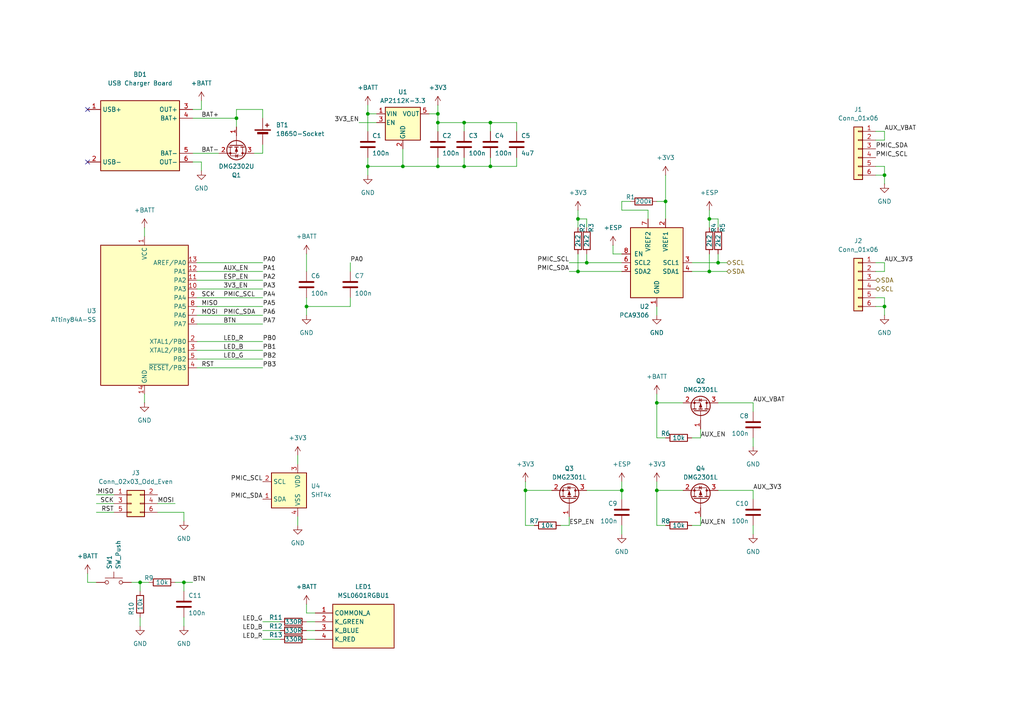
<source format=kicad_sch>
(kicad_sch (version 20231120) (generator "eeschema") (generator_version "8.0")
  (paper "A4")
  (lib_symbols
    (symbol "+BATT_1" (power) (pin_numbers hide) (pin_names (offset 0) hide)
      (property "Value" "+BATT" (at 0 3.556 0))
      (symbol "+BATT_1_0_1"
        (polyline (pts (xy -0.762 1.27) (xy 0 2.54)))
        (polyline (pts (xy 0 0) (xy 0 2.54)))
        (polyline (pts (xy 0 2.54) (xy 0.762 1.27)))
      )
      (symbol "+BATT_1_1_1"
        (pin power_in line (at 0 0 90) (length 0) (name "~") (number "1"))
      )
    )
    (symbol "Connector_Generic:Conn_01x06" (pin_names (offset 1.016) hide)
      (property "Reference" "J" (at 0 7.62 0))
      (property "Value" "Conn_01x06" (at 0 -10.16 0))
      (symbol "Conn_01x06_1_1"
        (rectangle (start -1.27 -7.493) (end 0 -7.747) (stroke (width 0.1524)))
        (rectangle (start -1.27 -4.953) (end 0 -5.207) (stroke (width 0.1524)))
        (rectangle (start -1.27 -2.413) (end 0 -2.667) (stroke (width 0.1524)))
        (rectangle (start -1.27 0.127) (end 0 -0.127) (stroke (width 0.1524)))
        (rectangle (start -1.27 2.667) (end 0 2.413) (stroke (width 0.1524)))
        (rectangle (start -1.27 5.207) (end 0 4.953) (stroke (width 0.1524)))
        (rectangle (start -1.27 6.35) (end 1.27 -8.89) (stroke (width 0.254)) (fill (type background)))
        (pin passive line (at -5.08 5.08 0) (length 3.81) (name "Pin_1") (number "1"))
        (pin passive line (at -5.08 2.54 0) (length 3.81) (name "Pin_2") (number "2"))
        (pin passive line (at -5.08 0 0) (length 3.81) (name "Pin_3") (number "3"))
        (pin passive line (at -5.08 -2.54 0) (length 3.81) (name "Pin_4") (number "4"))
        (pin passive line (at -5.08 -5.08 0) (length 3.81) (name "Pin_5") (number "5"))
        (pin passive line (at -5.08 -7.62 0) (length 3.81) (name "Pin_6") (number "6"))
      )
    )
    (symbol "Connector_Generic:Conn_02x03_Odd_Even" (pin_names (offset 1.016) hide)
      (property "Reference" "J" (at 1.27 5.08 0))
      (property "Value" "Conn_02x03_Odd_Even" (at 1.27 -5.08 0))
      (symbol "Conn_02x03_Odd_Even_1_1"
        (rectangle (start -1.27 -2.413) (end 0 -2.667) (stroke (width 0.1524)))
        (rectangle (start -1.27 0.127) (end 0 -0.127) (stroke (width 0.1524)))
        (rectangle (start -1.27 2.667) (end 0 2.413) (stroke (width 0.1524)))
        (rectangle (start -1.27 3.81) (end 3.81 -3.81) (stroke (width 0.254)) (fill (type background)))
        (rectangle (start 3.81 -2.413) (end 2.54 -2.667) (stroke (width 0.1524)))
        (rectangle (start 3.81 0.127) (end 2.54 -0.127) (stroke (width 0.1524)))
        (rectangle (start 3.81 2.667) (end 2.54 2.413) (stroke (width 0.1524)))
        (pin passive line (at -5.08 2.54 0) (length 3.81) (name "Pin_1") (number "1"))
        (pin passive line (at 7.62 2.54 180) (length 3.81) (name "Pin_2") (number "2"))
        (pin passive line (at -5.08 0 0) (length 3.81) (name "Pin_3") (number "3"))
        (pin passive line (at 7.62 0 180) (length 3.81) (name "Pin_4") (number "4"))
        (pin passive line (at -5.08 -2.54 0) (length 3.81) (name "Pin_5") (number "5"))
        (pin passive line (at 7.62 -2.54 180) (length 3.81) (name "Pin_6") (number "6"))
      )
    )
    (symbol "Custom:18650-Socket" (pin_numbers hide) (pin_names (offset 0) hide)
      (property "Reference" "BT" (at 2.54 2.54 0))
      (property "Value" "18650-Socket" (at 2.54 0 0))
      (symbol "18650-Socket_0_1"
        (rectangle (start -2.286 1.778) (end 2.286 1.524) (fill (type outline)))
        (rectangle (start -1.524 1.016) (end 1.524 0.508) (fill (type outline)))
        (polyline (pts (xy 0 0.762) (xy 0 0)))
        (polyline (pts (xy 0 1.778) (xy 0 2.54)))
        (polyline (pts (xy 0.762 3.048) (xy 1.778 3.048)) (stroke (width 0.254)))
        (polyline (pts (xy 1.27 3.556) (xy 1.27 2.54)) (stroke (width 0.254)))
      )
      (symbol "18650-Socket_1_1"
        (pin passive line (at 0 5.08 270) (length 2.54) (name "+") (number "1"))
        (pin passive line (at 0 -2.54 90) (length 2.54) (name "-") (number "2"))
      )
    )
    (symbol "Custom:USB-Charger-Board"
      (property "Reference" "BD" (at 0 0 0))
      (property "Value" "USB Charger Board" (at 0 0 0))
      (symbol "USB-Charger-Board_1_1"
        (rectangle (start -11.43 10.16) (end 11.43 -10.16) (stroke (width 0.254)) (fill (type background)))
        (pin power_in line (at -15.24 7.62 0) (length 3.81) (name "USB+") (number "1"))
        (pin power_in line (at -15.24 -7.62 0) (length 3.81) (name "USB-") (number "2"))
        (pin power_out line (at 15.24 7.62 180) (length 3.81) (name "OUT+") (number "3"))
        (pin power_in line (at 15.24 5.08 180) (length 3.81) (name "BAT+") (number "4"))
        (pin power_in line (at 15.24 -5.08 180) (length 3.81) (name "BAT-") (number "5"))
        (pin power_out line (at 15.24 -7.62 180) (length 3.81) (name "OUT-") (number "6"))
      )
    )
    (symbol "Device:C" (pin_numbers hide) (pin_names (offset 0.254))
      (property "Reference" "C" (at 0.635 2.54 0))
      (property "Value" "C" (at 0.635 -2.54 0))
      (symbol "C_0_1"
        (polyline (pts (xy -2.032 -0.762) (xy 2.032 -0.762)) (stroke (width 0.508)))
        (polyline (pts (xy -2.032 0.762) (xy 2.032 0.762)) (stroke (width 0.508)))
      )
      (symbol "C_1_1"
        (pin passive line (at 0 3.81 270) (length 2.794) (name "~") (number "1"))
        (pin passive line (at 0 -3.81 90) (length 2.794) (name "~") (number "2"))
      )
    )
    (symbol "Device:R" (pin_numbers hide) (pin_names (offset 0))
      (property "Reference" "R" (at 2.032 0 90))
      (property "Value" "R" (at 0 0 90))
      (symbol "R_0_1"
        (rectangle (start -1.016 -2.54) (end 1.016 2.54) (stroke (width 0.254)))
      )
      (symbol "R_1_1"
        (pin passive line (at 0 3.81 270) (length 1.27) (name "~") (number "1"))
        (pin passive line (at 0 -3.81 90) (length 1.27) (name "~") (number "2"))
      )
    )
    (symbol "GND_1" (power) (pin_numbers hide) (pin_names (offset 0) hide)
      (property "Value" "GND" (at 0 -3.81 0))
      (symbol "GND_1_0_1"
        (polyline (pts (xy 0 0) (xy 0 -1.27) (xy 1.27 -1.27) (xy 0 -2.54) (xy -1.27 -1.27) (xy 0 -1.27)))
      )
      (symbol "GND_1_1_1"
        (pin power_in line (at 0 0 270) (length 0) (name "~") (number "1"))
      )
    )
    (symbol "Interface:PCA9306" (pin_names (offset 1.016))
      (property "Reference" "U" (at -7.62 11.43 0))
      (property "Value" "PCA9306" (at 5.08 11.43 0))
      (symbol "PCA9306_0_1"
        (rectangle (start -7.62 10.16) (end 7.62 -10.16) (stroke (width 0.254)) (fill (type background)))
      )
      (symbol "PCA9306_1_1"
        (pin power_in line (at 0 -12.7 90) (length 2.54) (name "GND") (number "1"))
        (pin power_in line (at -2.54 12.7 270) (length 2.54) (name "VREF1") (number "2"))
        (pin bidirectional line (at -10.16 0 0) (length 2.54) (name "SCL1") (number "3"))
        (pin bidirectional line (at -10.16 -2.54 0) (length 2.54) (name "SDA1") (number "4"))
        (pin bidirectional line (at 10.16 -2.54 180) (length 2.54) (name "SDA2") (number "5"))
        (pin bidirectional line (at 10.16 0 180) (length 2.54) (name "SCL2") (number "6"))
        (pin power_in line (at 2.54 12.7 270) (length 2.54) (name "VREF2") (number "7"))
        (pin input line (at 10.16 2.54 180) (length 2.54) (name "EN") (number "8"))
      )
    )
    (symbol "MCU_Microchip_ATtiny:ATtiny84A-SS"
      (property "Reference" "U" (at -12.7 21.59 0))
      (property "Value" "ATtiny84A-SS" (at 2.54 -21.59 0))
      (symbol "ATtiny84A-SS_0_1"
        (rectangle (start -12.7 -20.32) (end 12.7 20.32) (stroke (width 0.254)) (fill (type background)))
      )
      (symbol "ATtiny84A-SS_1_1"
        (pin power_in line (at 0 22.86 270) (length 2.54) (name "VCC") (number "1"))
        (pin bidirectional line (at 15.24 7.62 180) (length 2.54) (name "PA3") (number "10"))
        (pin bidirectional line (at 15.24 10.16 180) (length 2.54) (name "PA2") (number "11"))
        (pin bidirectional line (at 15.24 12.7 180) (length 2.54) (name "PA1") (number "12"))
        (pin bidirectional line (at 15.24 15.24 180) (length 2.54) (name "AREF/PA0") (number "13"))
        (pin power_in line (at 0 -22.86 90) (length 2.54) (name "GND") (number "14"))
        (pin bidirectional line (at 15.24 -7.62 180) (length 2.54) (name "XTAL1/PB0") (number "2"))
        (pin bidirectional line (at 15.24 -10.16 180) (length 2.54) (name "XTAL2/PB1") (number "3"))
        (pin bidirectional line (at 15.24 -15.24 180) (length 2.54) (name "~{RESET}/PB3") (number "4"))
        (pin bidirectional line (at 15.24 -12.7 180) (length 2.54) (name "PB2") (number "5"))
        (pin bidirectional line (at 15.24 -2.54 180) (length 2.54) (name "PA7") (number "6"))
        (pin bidirectional line (at 15.24 0 180) (length 2.54) (name "PA6") (number "7"))
        (pin bidirectional line (at 15.24 2.54 180) (length 2.54) (name "PA5") (number "8"))
        (pin bidirectional line (at 15.24 5.08 180) (length 2.54) (name "PA4") (number "9"))
      )
    )
    (symbol "MSL0601RGBU1:MSL0601RGBU1"
      (property "Reference" "LED" (at 24.13 7.62 0))
      (property "Value" "MSL0601RGBU1" (at 24.13 5.08 0))
      (symbol "MSL0601RGBU1_1_1"
        (rectangle (start 5.08 2.54) (end 22.86 -10.16) (stroke (width 0.254)) (fill (type background)))
        (pin passive line (at 0 -7.62 0) (length 5.08) (name "COMMON_A") (number "1"))
        (pin passive line (at 0 -5.08 0) (length 5.08) (name "K_GREEN") (number "2"))
        (pin passive line (at 0 -2.54 0) (length 5.08) (name "K_BLUE") (number "3"))
        (pin passive line (at 0 0 0) (length 5.08) (name "K_RED") (number "4"))
      )
    )
    (symbol "Regulator_Linear:AP2112K-3.3" (pin_names (offset 0.254))
      (property "Reference" "U" (at -5.08 5.715 0))
      (property "Value" "AP2112K-3.3" (at 0 5.715 0))
      (symbol "AP2112K-3.3_0_1"
        (rectangle (start -5.08 4.445) (end 5.08 -5.08) (stroke (width 0.254)) (fill (type background)))
      )
      (symbol "AP2112K-3.3_1_1"
        (pin power_in line (at -7.62 2.54 0) (length 2.54) (name "VIN") (number "1"))
        (pin power_in line (at 0 -7.62 90) (length 2.54) (name "GND") (number "2"))
        (pin input line (at -7.62 0 0) (length 2.54) (name "EN") (number "3"))
        (pin no_connect line (at 5.08 0 180) (length 2.54) hide (name "NC") (number "4"))
        (pin power_out line (at 7.62 2.54 180) (length 2.54) (name "VOUT") (number "5"))
      )
    )
    (symbol "Sensor_Humidity:SHT4x"
      (property "Reference" "U" (at 0 8.89 0))
      (property "Value" "SHT4x" (at 0 6.35 0))
      (symbol "SHT4x_1_1"
        (rectangle (start -5.08 5.08) (end 5.08 -5.08) (stroke (width 0.254)) (fill (type background)))
        (pin bidirectional line (at -7.62 -2.54 0) (length 2.54) (name "SDA") (number "1"))
        (pin input line (at -7.62 2.54 0) (length 2.54) (name "SCL") (number "2"))
        (pin power_in line (at 2.54 7.62 270) (length 2.54) (name "VDD") (number "3"))
        (pin power_in line (at 2.54 -7.62 90) (length 2.54) (name "VSS") (number "4"))
      )
    )
    (symbol "Switch:SW_Push" (pin_numbers hide) (pin_names (offset 1.016) hide)
      (property "Reference" "SW" (at 1.27 2.54 0))
      (property "Value" "SW_Push" (at 0 -1.524 0))
      (symbol "SW_Push_0_1"
        (circle (center -2.032 0) (radius 0.508))
        (polyline (pts (xy 0 1.27) (xy 0 3.048)))
        (polyline (pts (xy 2.54 1.27) (xy -2.54 1.27)))
        (circle (center 2.032 0) (radius 0.508))
        (pin passive line (at -5.08 0 0) (length 2.54) (name "1") (number "1"))
        (pin passive line (at 5.08 0 180) (length 2.54) (name "2") (number "2"))
      )
    )
    (symbol "Transistor_FET:DMG2301L" (pin_names hide)
      (property "Reference" "Q" (at 5.08 1.905 0))
      (property "Value" "DMG2301L" (at 5.08 0 0))
      (symbol "DMG2301L_0_1"
        (polyline (pts (xy 0.254 0) (xy -2.54 0)))
        (polyline (pts (xy 0.254 1.905) (xy 0.254 -1.905)) (stroke (width 0.254)))
        (polyline (pts (xy 0.762 -1.27) (xy 0.762 -2.286)) (stroke (width 0.254)))
        (polyline (pts (xy 0.762 0.508) (xy 0.762 -0.508)) (stroke (width 0.254)))
        (polyline (pts (xy 0.762 2.286) (xy 0.762 1.27)) (stroke (width 0.254)))
        (polyline (pts (xy 2.54 2.54) (xy 2.54 1.778)))
        (polyline (pts (xy 2.54 -2.54) (xy 2.54 0) (xy 0.762 0)))
        (polyline (pts (xy 0.762 1.778) (xy 3.302 1.778) (xy 3.302 -1.778) (xy 0.762 -1.778)))
        (polyline (pts (xy 2.286 0) (xy 1.27 0.381) (xy 1.27 -0.381) (xy 2.286 0)) (fill (type outline)))
        (polyline (pts (xy 2.794 -0.508) (xy 2.921 -0.381) (xy 3.683 -0.381) (xy 3.81 -0.254)))
        (polyline (pts (xy 3.302 -0.381) (xy 2.921 0.254) (xy 3.683 0.254) (xy 3.302 -0.381)))
        (circle (center 1.651 0) (radius 2.794) (stroke (width 0.254)))
        (circle (center 2.54 -1.778) (radius 0.254) (fill (type outline)))
        (circle (center 2.54 1.778) (radius 0.254) (fill (type outline)))
      )
      (symbol "DMG2301L_1_1"
        (pin input line (at -5.08 0 0) (length 2.54) (name "G") (number "1"))
        (pin passive line (at 2.54 -5.08 90) (length 2.54) (name "S") (number "2"))
        (pin passive line (at 2.54 5.08 270) (length 2.54) (name "D") (number "3"))
      )
    )
    (symbol "Transistor_FET:DMG2302U" (pin_names hide)
      (property "Reference" "Q" (at 5.08 1.905 0))
      (property "Value" "DMG2302U" (at 5.08 0 0))
      (symbol "DMG2302U_0_1"
        (polyline (pts (xy 0.254 0) (xy -2.54 0)))
        (polyline (pts (xy 0.254 1.905) (xy 0.254 -1.905)) (stroke (width 0.254)))
        (polyline (pts (xy 0.762 -1.27) (xy 0.762 -2.286)) (stroke (width 0.254)))
        (polyline (pts (xy 0.762 0.508) (xy 0.762 -0.508)) (stroke (width 0.254)))
        (polyline (pts (xy 0.762 2.286) (xy 0.762 1.27)) (stroke (width 0.254)))
        (polyline (pts (xy 2.54 2.54) (xy 2.54 1.778)))
        (polyline (pts (xy 2.54 -2.54) (xy 2.54 0) (xy 0.762 0)))
        (polyline (pts (xy 0.762 -1.778) (xy 3.302 -1.778) (xy 3.302 1.778) (xy 0.762 1.778)))
        (polyline (pts (xy 1.016 0) (xy 2.032 0.381) (xy 2.032 -0.381) (xy 1.016 0)) (fill (type outline)))
        (polyline (pts (xy 2.794 0.508) (xy 2.921 0.381) (xy 3.683 0.381) (xy 3.81 0.254)))
        (polyline (pts (xy 3.302 0.381) (xy 2.921 -0.254) (xy 3.683 -0.254) (xy 3.302 0.381)))
        (circle (center 1.651 0) (radius 2.794) (stroke (width 0.254)))
        (circle (center 2.54 -1.778) (radius 0.254) (fill (type outline)))
        (circle (center 2.54 1.778) (radius 0.254) (fill (type outline)))
      )
      (symbol "DMG2302U_1_1"
        (pin input line (at -5.08 0 0) (length 2.54) (name "G") (number "1"))
        (pin passive line (at 2.54 -5.08 90) (length 2.54) (name "S") (number "2"))
        (pin passive line (at 2.54 5.08 270) (length 2.54) (name "D") (number "3"))
      )
    )
    (symbol "power:+3V3" (power) (pin_numbers hide) (pin_names (offset 0) hide)
      (property "Value" "+3V3" (at 0 3.556 0))
      (symbol "+3V3_0_1"
        (polyline (pts (xy -0.762 1.27) (xy 0 2.54)))
        (polyline (pts (xy 0 0) (xy 0 2.54)))
        (polyline (pts (xy 0 2.54) (xy 0.762 1.27)))
      )
      (symbol "+3V3_1_1"
        (pin power_in line (at 0 0 90) (length 0) (name "~") (number "1"))
      )
    )
    (symbol "power:+BATT" (power) (pin_names (offset 0))
      (property "Value" "+BATT" (at 0 3.556 0))
      (symbol "+BATT_0_1"
        (polyline (pts (xy -0.762 1.27) (xy 0 2.54)))
        (polyline (pts (xy 0 0) (xy 0 2.54)))
        (polyline (pts (xy 0 2.54) (xy 0.762 1.27)))
      )
      (symbol "+BATT_1_1"
        (pin power_in line (at 0 0 90) (length 0) hide (name "+BATT") (number "1"))
      )
    )
    (symbol "power:GND" (power) (pin_names (offset 0))
      (property "Value" "GND" (at 0 -3.81 0))
      (symbol "GND_0_1"
        (polyline (pts (xy 0 0) (xy 0 -1.27) (xy 1.27 -1.27) (xy 0 -2.54) (xy -1.27 -1.27) (xy 0 -1.27)))
      )
      (symbol "GND_1_1"
        (pin power_in line (at 0 0 270) (length 0) hide (name "GND") (number "1"))
      )
    )
  )
  (junction (at 142.24 35.56))
  (junction (at 205.74 78.74))
  (junction (at 134.62 35.56))
  (junction (at 142.24 48.26))
  (junction (at 256.54 50.8))
  (junction (at 152.4 142.24))
  (junction (at 127 48.26))
  (junction (at 116.84 48.26))
  (junction (at 127 35.56))
  (junction (at 40.64 168.91))
  (junction (at 208.28 76.2))
  (junction (at 170.18 76.2))
  (junction (at 106.68 33.02))
  (junction (at 190.5 142.24))
  (junction (at 256.54 88.9))
  (junction (at 180.34 142.24))
  (junction (at 167.64 63.5))
  (junction (at 88.9 88.9))
  (junction (at 193.04 58.42))
  (junction (at 106.68 48.26))
  (junction (at 167.64 78.74))
  (junction (at 205.74 63.5))
  (junction (at 134.62 48.26))
  (junction (at 53.34 168.91))
  (junction (at 68.58 34.29))
  (junction (at 127 33.02))
  (junction (at 190.5 116.84))
  (no_connect (at 25.4 31.75))
  (no_connect (at 25.4 46.99))
  (wire (pts (xy 208.28 116.84) (xy 218.44 116.84)))
  (wire (pts (xy 167.64 63.5) (xy 170.18 63.5)))
  (wire (pts (xy 208.28 76.2) (xy 200.66 76.2)))
  (wire (pts (xy 41.91 66.04) (xy 41.91 68.58)))
  (wire (pts (xy 205.74 63.5) (xy 208.28 63.5)))
  (wire (pts (xy 55.88 44.45) (xy 63.5 44.45)))
  (wire (pts (xy 142.24 35.56) (xy 134.62 35.56)))
  (wire (pts (xy 91.44 185.42) (xy 88.9 185.42)))
  (wire (pts (xy 218.44 152.4) (xy 218.44 154.94)))
  (wire (pts (xy 127 33.02) (xy 124.46 33.02)))
  (wire (pts (xy 127 30.48) (xy 127 33.02)))
  (wire (pts (xy 88.9 73.66) (xy 88.9 78.74)))
  (wire (pts (xy 256.54 88.9) (xy 256.54 91.44)))
  (wire (pts (xy 203.2 149.86) (xy 203.2 152.4)))
  (wire (pts (xy 190.5 88.9) (xy 190.5 91.44)))
  (wire (pts (xy 208.28 63.5) (xy 208.28 66.04)))
  (wire (pts (xy 76.2 34.29) (xy 76.2 31.75)))
  (wire (pts (xy 142.24 45.72) (xy 142.24 48.26)))
  (wire (pts (xy 106.68 45.72) (xy 106.68 48.26)))
  (wire (pts (xy 40.64 171.45) (xy 40.64 168.91)))
  (wire (pts (xy 190.5 58.42) (xy 193.04 58.42)))
  (wire (pts (xy 218.44 127) (xy 218.44 129.54)))
  (wire (pts (xy 57.15 83.82) (xy 76.2 83.82)))
  (wire (pts (xy 208.28 73.66) (xy 208.28 76.2)))
  (wire (pts (xy 41.91 114.3) (xy 41.91 116.84)))
  (wire (pts (xy 116.84 43.18) (xy 116.84 48.26)))
  (wire (pts (xy 254 78.74) (xy 256.54 78.74)))
  (wire (pts (xy 58.42 31.75) (xy 58.42 29.21)))
  (wire (pts (xy 210.82 78.74) (xy 205.74 78.74)))
  (wire (pts (xy 180.34 152.4) (xy 180.34 154.94)))
  (wire (pts (xy 101.6 86.36) (xy 101.6 88.9)))
  (wire (pts (xy 165.1 78.74) (xy 167.64 78.74)))
  (wire (pts (xy 203.2 124.46) (xy 203.2 127)))
  (wire (pts (xy 106.68 48.26) (xy 106.68 50.8)))
  (wire (pts (xy 57.15 99.06) (xy 76.2 99.06)))
  (wire (pts (xy 57.15 76.2) (xy 76.2 76.2)))
  (wire (pts (xy 198.12 142.24) (xy 190.5 142.24)))
  (wire (pts (xy 193.04 50.8) (xy 193.04 58.42)))
  (wire (pts (xy 152.4 142.24) (xy 152.4 152.4)))
  (wire (pts (xy 205.74 73.66) (xy 205.74 78.74)))
  (wire (pts (xy 254 76.2) (xy 256.54 76.2)))
  (wire (pts (xy 116.84 48.26) (xy 127 48.26)))
  (wire (pts (xy 50.8 146.05) (xy 45.72 146.05)))
  (wire (pts (xy 91.44 180.34) (xy 88.9 180.34)))
  (wire (pts (xy 57.15 91.44) (xy 76.2 91.44)))
  (wire (pts (xy 254 38.1) (xy 256.54 38.1)))
  (wire (pts (xy 27.94 168.91) (xy 25.4 168.91)))
  (wire (pts (xy 142.24 38.1) (xy 142.24 35.56)))
  (wire (pts (xy 170.18 76.2) (xy 180.34 76.2)))
  (wire (pts (xy 180.34 73.66) (xy 177.8 73.66)))
  (wire (pts (xy 40.64 168.91) (xy 43.18 168.91)))
  (wire (pts (xy 76.2 31.75) (xy 68.58 31.75)))
  (wire (pts (xy 177.8 71.12) (xy 177.8 73.66)))
  (wire (pts (xy 53.34 148.59) (xy 53.34 151.13)))
  (wire (pts (xy 58.42 46.99) (xy 58.42 49.53)))
  (wire (pts (xy 27.94 146.05) (xy 33.02 146.05)))
  (wire (pts (xy 167.64 60.96) (xy 167.64 63.5)))
  (wire (pts (xy 149.86 45.72) (xy 149.86 48.26)))
  (wire (pts (xy 50.8 168.91) (xy 53.34 168.91)))
  (wire (pts (xy 170.18 63.5) (xy 170.18 66.04)))
  (wire (pts (xy 76.2 182.88) (xy 81.28 182.88)))
  (wire (pts (xy 203.2 152.4) (xy 200.66 152.4)))
  (wire (pts (xy 57.15 78.74) (xy 76.2 78.74)))
  (wire (pts (xy 88.9 175.26) (xy 88.9 177.8)))
  (wire (pts (xy 134.62 48.26) (xy 127 48.26)))
  (wire (pts (xy 127 33.02) (xy 127 35.56)))
  (wire (pts (xy 57.15 86.36) (xy 76.2 86.36)))
  (wire (pts (xy 256.54 78.74) (xy 256.54 76.2)))
  (wire (pts (xy 53.34 168.91) (xy 55.88 168.91)))
  (wire (pts (xy 106.68 33.02) (xy 106.68 38.1)))
  (wire (pts (xy 101.6 76.2) (xy 101.6 78.74)))
  (wire (pts (xy 193.04 58.42) (xy 193.04 63.5)))
  (wire (pts (xy 101.6 88.9) (xy 88.9 88.9)))
  (wire (pts (xy 167.64 78.74) (xy 180.34 78.74)))
  (wire (pts (xy 68.58 34.29) (xy 68.58 36.83)))
  (wire (pts (xy 208.28 142.24) (xy 218.44 142.24)))
  (wire (pts (xy 68.58 31.75) (xy 68.58 34.29)))
  (wire (pts (xy 57.15 106.68) (xy 76.2 106.68)))
  (wire (pts (xy 218.44 142.24) (xy 218.44 144.78)))
  (wire (pts (xy 254 88.9) (xy 256.54 88.9)))
  (wire (pts (xy 180.34 58.42) (xy 182.88 58.42)))
  (wire (pts (xy 73.66 44.45) (xy 76.2 44.45)))
  (wire (pts (xy 134.62 38.1) (xy 134.62 35.56)))
  (wire (pts (xy 76.2 44.45) (xy 76.2 41.91)))
  (wire (pts (xy 152.4 139.7) (xy 152.4 142.24)))
  (wire (pts (xy 165.1 149.86) (xy 165.1 152.4)))
  (wire (pts (xy 256.54 40.64) (xy 256.54 38.1)))
  (wire (pts (xy 190.5 142.24) (xy 190.5 152.4)))
  (wire (pts (xy 170.18 142.24) (xy 180.34 142.24)))
  (wire (pts (xy 187.96 60.96) (xy 187.96 63.5)))
  (wire (pts (xy 88.9 177.8) (xy 91.44 177.8)))
  (wire (pts (xy 57.15 88.9) (xy 76.2 88.9)))
  (wire (pts (xy 45.72 148.59) (xy 53.34 148.59)))
  (wire (pts (xy 256.54 50.8) (xy 256.54 53.34)))
  (wire (pts (xy 88.9 88.9) (xy 88.9 91.44)))
  (wire (pts (xy 40.64 179.07) (xy 40.64 181.61)))
  (wire (pts (xy 149.86 48.26) (xy 142.24 48.26)))
  (wire (pts (xy 27.94 143.51) (xy 33.02 143.51)))
  (wire (pts (xy 205.74 63.5) (xy 205.74 66.04)))
  (wire (pts (xy 254 40.64) (xy 256.54 40.64)))
  (wire (pts (xy 160.02 142.24) (xy 152.4 142.24)))
  (wire (pts (xy 256.54 86.36) (xy 256.54 88.9)))
  (wire (pts (xy 205.74 60.96) (xy 205.74 63.5)))
  (wire (pts (xy 205.74 78.74) (xy 200.66 78.74)))
  (wire (pts (xy 210.82 76.2) (xy 208.28 76.2)))
  (wire (pts (xy 256.54 48.26) (xy 256.54 50.8)))
  (wire (pts (xy 165.1 76.2) (xy 170.18 76.2)))
  (wire (pts (xy 57.15 81.28) (xy 76.2 81.28)))
  (wire (pts (xy 149.86 35.56) (xy 149.86 38.1)))
  (wire (pts (xy 254 48.26) (xy 256.54 48.26)))
  (wire (pts (xy 190.5 116.84) (xy 190.5 127)))
  (wire (pts (xy 55.88 34.29) (xy 68.58 34.29)))
  (wire (pts (xy 198.12 116.84) (xy 190.5 116.84)))
  (wire (pts (xy 55.88 31.75) (xy 58.42 31.75)))
  (wire (pts (xy 106.68 48.26) (xy 116.84 48.26)))
  (wire (pts (xy 127 48.26) (xy 127 45.72)))
  (wire (pts (xy 53.34 179.07) (xy 53.34 181.61)))
  (wire (pts (xy 88.9 86.36) (xy 88.9 88.9)))
  (wire (pts (xy 38.1 168.91) (xy 40.64 168.91)))
  (wire (pts (xy 57.15 93.98) (xy 76.2 93.98)))
  (wire (pts (xy 76.2 180.34) (xy 81.28 180.34)))
  (wire (pts (xy 254 86.36) (xy 256.54 86.36)))
  (wire (pts (xy 57.15 104.14) (xy 76.2 104.14)))
  (wire (pts (xy 190.5 139.7) (xy 190.5 142.24)))
  (wire (pts (xy 254 50.8) (xy 256.54 50.8)))
  (wire (pts (xy 127 35.56) (xy 127 38.1)))
  (wire (pts (xy 203.2 127) (xy 200.66 127)))
  (wire (pts (xy 167.64 63.5) (xy 167.64 66.04)))
  (wire (pts (xy 187.96 60.96) (xy 180.34 60.96)))
  (wire (pts (xy 218.44 116.84) (xy 218.44 119.38)))
  (wire (pts (xy 142.24 35.56) (xy 149.86 35.56)))
  (wire (pts (xy 91.44 182.88) (xy 88.9 182.88)))
  (wire (pts (xy 27.94 148.59) (xy 33.02 148.59)))
  (wire (pts (xy 142.24 48.26) (xy 134.62 48.26)))
  (wire (pts (xy 109.22 33.02) (xy 106.68 33.02)))
  (wire (pts (xy 104.14 35.56) (xy 109.22 35.56)))
  (wire (pts (xy 86.36 132.08) (xy 86.36 134.62)))
  (wire (pts (xy 165.1 152.4) (xy 162.56 152.4)))
  (wire (pts (xy 190.5 114.3) (xy 190.5 116.84)))
  (wire (pts (xy 152.4 152.4) (xy 154.94 152.4)))
  (wire (pts (xy 76.2 185.42) (xy 81.28 185.42)))
  (wire (pts (xy 170.18 73.66) (xy 170.18 76.2)))
  (wire (pts (xy 190.5 152.4) (xy 193.04 152.4)))
  (wire (pts (xy 53.34 168.91) (xy 53.34 171.45)))
  (wire (pts (xy 55.88 46.99) (xy 58.42 46.99)))
  (wire (pts (xy 134.62 35.56) (xy 127 35.56)))
  (wire (pts (xy 86.36 149.86) (xy 86.36 152.4)))
  (wire (pts (xy 190.5 127) (xy 193.04 127)))
  (wire (pts (xy 167.64 78.74) (xy 167.64 73.66)))
  (wire (pts (xy 106.68 33.02) (xy 106.68 30.48)))
  (wire (pts (xy 25.4 168.91) (xy 25.4 166.37)))
  (wire (pts (xy 57.15 101.6) (xy 76.2 101.6)))
  (wire (pts (xy 180.34 60.96) (xy 180.34 58.42)))
  (wire (pts (xy 134.62 45.72) (xy 134.62 48.26)))
  (wire (pts (xy 180.34 142.24) (xy 180.34 144.78)))
  (wire (pts (xy 180.34 142.24) (xy 180.34 139.7)))
  (label "3V3_EN" (at 104.14 35.56 180))
  (label "MISO" (at 33.02 143.51 180))
  (label "ESP_EN" (at 165.1 152.4 0))
  (label "PA0" (at 76.2 76.2 0))
  (label "MOSI" (at 45.72 146.05 0))
  (label "BTN" (at 64.77 93.98 0))
  (label "PMIC_SCL" (at 254 45.72 0))
  (label "PMIC_SDA" (at 165.1 78.74 180))
  (label "AUX_EN" (at 64.77 78.74 0))
  (label "PA1" (at 76.2 78.74 0))
  (label "LED_R" (at 76.2 185.42 180))
  (label "SCK" (at 58.42 86.36 0))
  (label "RST" (at 33.02 148.59 180))
  (label "LED_R" (at 64.77 99.06 0))
  (label "BTN" (at 55.88 168.91 0))
  (label "AUX_3V3" (at 256.54 76.2 0))
  (label "PA6" (at 76.2 91.44 0))
  (label "RST" (at 58.42 106.68 0))
  (label "PMIC_SCL" (at 165.1 76.2 180))
  (label "PMIC_SCL" (at 64.77 86.36 0))
  (label "MISO" (at 58.42 88.9 0))
  (label "LED_G" (at 64.77 104.14 0))
  (label "PA5" (at 76.2 88.9 0))
  (label "BAT+" (at 58.42 34.29 0))
  (label "PMIC_SCL" (at 76.2 139.7 180))
  (label "SCK" (at 33.02 146.05 180))
  (label "BAT-" (at 58.42 44.45 0))
  (label "PA0" (at 101.6 76.2 0))
  (label "PA2" (at 76.2 81.28 0))
  (label "PMIC_SDA" (at 64.77 91.44 0))
  (label "3V3_EN" (at 64.77 83.82 0))
  (label "AUX_EN" (at 203.2 127 0))
  (label "MOSI" (at 58.42 91.44 0))
  (label "PB0" (at 76.2 99.06 0))
  (label "AUX_3V3" (at 218.44 142.24 0))
  (label "PB3" (at 76.2 106.68 0))
  (label "PA7" (at 76.2 93.98 0))
  (label "LED_B" (at 64.77 101.6 0))
  (label "AUX_VBAT" (at 256.54 38.1 0))
  (label "LED_G" (at 76.2 180.34 180))
  (label "PA3" (at 76.2 83.82 0))
  (label "PMIC_SDA" (at 254 43.18 0))
  (label "PMIC_SDA" (at 76.2 144.78 180))
  (label "PB1" (at 76.2 101.6 0))
  (label "PA4" (at 76.2 86.36 0))
  (label "PB2" (at 76.2 104.14 0))
  (label "ESP_EN" (at 64.77 81.28 0))
  (label "AUX_VBAT" (at 218.44 116.84 0))
  (label "LED_B" (at 76.2 182.88 180))
  (label "AUX_EN" (at 203.2 152.4 0))
  (hierarchical_label "SCL" (shape bidirectional) (at 210.82 76.2 0))
  (hierarchical_label "SDA" (shape bidirectional) (at 210.82 78.74 0))
  (hierarchical_label "SDA" (shape bidirectional) (at 254 81.28 0))
  (hierarchical_label "SCL" (shape bidirectional) (at 254 83.82 0))
  (symbol (lib_id "power:GND") (at 40.64 181.61 0) (unit 1)
    (property "Reference" "#PWR030" (effects (hide yes)))
    (property "Value" "GND" (at 40.64 186.69 0))
  )
  (symbol (lib_id "Custom:USB-Charger-Board") (at 40.64 39.37 0) (unit 1)
    (property "Reference" "BD1" (at 40.64 21.59 0))
    (property "Value" "USB Charger Board" (at 40.64 24.13 0))
    (property "Footprint" "Library:USB-Charger-Board" (effects (hide yes)))
  )
  (symbol (lib_id "power:GND") (at 190.5 91.44 0) (mirror y) (unit 1)
    (property "Reference" "#PWR015" (effects (hide yes)))
    (property "Value" "GND" (at 190.5 96.52 0))
  )
  (symbol (lib_id "power:+3V3") (at 205.74 60.96 0) (unit 1)
    (property "Reference" "#PWR010" (effects (hide yes)))
    (property "Value" "+ESP" (at 205.74 55.88 0))
    (property "Description" "Power symbol creates a global label with name \"+3V3\"" (effects (hide yes)))
  )
  (symbol (lib_id "Device:C") (at 134.62 41.91 0) (unit 1)
    (property "Reference" "C3" (at 135.89 39.37 0) (effects (justify left)))
    (property "Value" "100n" (at 135.89 44.45 0) (effects (justify left)))
    (property "Footprint" "Capacitor_SMD:C_0402_1005Metric" (effects (hide yes)))
  )
  (symbol (lib_id "MCU_Microchip_ATtiny:ATtiny84A-SS") (at 41.91 91.44 0) (unit 1)
    (property "Reference" "U3" (at 27.94 90.1699 0) (effects (justify right)))
    (property "Value" "ATtiny84A-SS" (at 27.94 92.7099 0) (effects (justify right)))
    (property "Footprint" "Package_SO:SOIC-14_3.9x8.7mm_P1.27mm" (effects (hide yes)))
    (property "Datasheet" "http://ww1.microchip.com/downloads/en/DeviceDoc/doc8183.pdf" (effects (hide yes)))
    (property "Description" "20MHz, 8kB Flash, 512B SRAM, 512B EEPROM, debugWIRE, SOIC-14" (effects (hide yes)))
  )
  (symbol (lib_id "power:GND") (at 218.44 154.94 0) (mirror y) (unit 1)
    (property "Reference" "#PWR027" (effects (hide yes)))
    (property "Value" "GND" (at 218.44 160.02 0))
  )
  (symbol (lib_id "power:+3V3") (at 180.34 139.7 0) (unit 1)
    (property "Reference" "#PWR022" (effects (hide yes)))
    (property "Value" "+ESP" (at 180.34 134.62 0))
    (property "Description" "Power symbol creates a global label with name \"+3V3\"" (effects (hide yes)))
  )
  (symbol (lib_id "Regulator_Linear:AP2112K-3.3") (at 116.84 35.56 0) (unit 1)
    (property "Reference" "U1" (at 116.84 26.67 0))
    (property "Value" "AP2112K-3.3" (at 116.84 29.21 0))
    (property "Footprint" "Package_TO_SOT_SMD:SOT-23-5" (effects (hide yes)))
    (property "Datasheet" "https://www.diodes.com/assets/Datasheets/AP2112.pdf" (effects (hide yes)))
    (property "Description" "600mA low dropout linear regulator, with enable pin, 3.8V-6V input voltage range, 3.3V fixed positive output, SOT-23-5" (effects (hide yes)))
  )
  (symbol (lib_id "Connector_Generic:Conn_02x03_Odd_Even") (at 38.1 146.05 0) (unit 1)
    (property "Reference" "J3" (at 39.37 137.16 0))
    (property "Value" "Conn_02x03_Odd_Even" (at 39.37 139.7 0))
    (property "Footprint" "Connector_PinHeader_2.54mm:PinHeader_2x03_P2.54mm_Vertical" (effects (hide yes)))
  )
  (symbol (lib_id "power:+BATT") (at 25.4 166.37 0) (unit 1)
    (property "Reference" "#PWR028" (effects (hide yes)))
    (property "Value" "+BATT" (at 25.4 161.29 0))
  )
  (symbol (lib_id "Device:R") (at 85.09 182.88 90) (unit 1)
    (property "Reference" "R12" (at 80.01 181.61 90))
    (property "Value" "330R" (at 85.09 182.88 90))
    (property "Footprint" "Resistor_SMD:R_0402_1005Metric" (effects (hide yes)))
  )
  (symbol (lib_id "Device:R") (at 46.99 168.91 90) (unit 1)
    (property "Reference" "R9" (at 43.18 167.64 90))
    (property "Value" "10k" (at 46.99 168.91 90))
    (property "Footprint" "Resistor_SMD:R_0402_1005Metric" (effects (hide yes)))
  )
  (symbol (lib_id "Device:C") (at 53.34 175.26 0) (unit 1)
    (property "Reference" "C11" (at 54.61 172.72 0) (effects (justify left)))
    (property "Value" "100n" (at 54.61 177.8 0) (effects (justify left)))
    (property "Footprint" "Capacitor_SMD:C_0402_1005Metric" (effects (hide yes)))
  )
  (symbol (lib_id "Device:R") (at 85.09 180.34 90) (unit 1)
    (property "Reference" "R11" (at 80.01 179.07 90))
    (property "Value" "330R" (at 85.09 180.34 90))
    (property "Footprint" "Resistor_SMD:R_0402_1005Metric" (effects (hide yes)))
  )
  (symbol (lib_id "Device:C") (at 149.86 41.91 0) (unit 1)
    (property "Reference" "C5" (at 151.13 39.37 0) (effects (justify left)))
    (property "Value" "4u7" (at 151.13 44.45 0) (effects (justify left)))
    (property "Footprint" "Capacitor_SMD:C_0402_1005Metric" (effects (hide yes)))
  )
  (symbol (lib_id "power:GND") (at 180.34 154.94 0) (mirror y) (unit 1)
    (property "Reference" "#PWR026" (effects (hide yes)))
    (property "Value" "GND" (at 180.34 160.02 0))
  )
  (symbol (lib_id "Device:C") (at 88.9 82.55 0) (unit 1)
    (property "Reference" "C6" (at 90.17 80.01 0) (effects (justify left)))
    (property "Value" "100n" (at 90.17 85.09 0) (effects (justify left)))
    (property "Footprint" "Capacitor_SMD:C_0402_1005Metric" (effects (hide yes)))
  )
  (symbol (lib_id "Device:R") (at 186.69 58.42 90) (unit 1)
    (property "Reference" "R1" (at 182.88 57.15 90))
    (property "Value" "200k" (at 186.69 58.42 90))
    (property "Footprint" "Resistor_SMD:R_0402_1005Metric" (effects (hide yes)))
  )
  (symbol (lib_id "Device:R") (at 158.75 152.4 90) (unit 1)
    (property "Reference" "R7" (at 154.94 151.13 90))
    (property "Value" "10k" (at 158.75 152.4 90))
    (property "Footprint" "Resistor_SMD:R_0402_1005Metric" (effects (hide yes)))
  )
  (symbol (lib_id "power:+3V3") (at 190.5 139.7 0) (unit 1)
    (property "Reference" "#PWR023" (effects (hide yes)))
    (property "Value" "+3V3" (at 190.5 134.62 0))
    (property "Description" "Power symbol creates a global label with name \"+3V3\"" (effects (hide yes)))
  )
  (symbol (lib_id "power:+BATT") (at 88.9 175.26 0) (unit 1)
    (property "Reference" "#PWR029" (effects (hide yes)))
    (property "Value" "+BATT" (at 88.9 170.18 0))
  )
  (symbol (lib_id "Device:R") (at 167.64 69.85 0) (unit 1)
    (property "Reference" "R2" (at 168.91 66.04 90))
    (property "Value" "2k2" (at 167.64 69.85 90))
    (property "Footprint" "Resistor_SMD:R_0402_1005Metric" (effects (hide yes)))
  )
  (symbol (lib_id "power:+3V3") (at 86.36 132.08 0) (unit 1)
    (property "Reference" "#PWR020" (effects (hide yes)))
    (property "Value" "+3V3" (at 86.36 127 0))
    (property "Description" "Power symbol creates a global label with name \"+3V3\"" (effects (hide yes)))
  )
  (symbol (lib_id "power:+3V3") (at 167.64 60.96 0) (mirror y) (unit 1)
    (property "Reference" "#PWR09" (effects (hide yes)))
    (property "Value" "+3V3" (at 167.64 55.88 0))
    (property "Description" "Power symbol creates a global label with name \"+3V3\"" (effects (hide yes)))
  )
  (symbol (lib_id "power:+BATT") (at 88.9 73.66 0) (unit 1)
    (property "Reference" "#PWR013" (effects (hide yes)))
    (property "Value" "+BATT" (at 88.9 68.58 0))
  )
  (symbol (lib_id "Switch:SW_Push") (at 33.02 168.91 0) (unit 1)
    (property "Reference" "SW1" (at 31.75 165.1 90) (effects (justify left)))
    (property "Value" "SW_Push" (at 34.29 165.1 90) (effects (justify left)))
    (property "Footprint" "Button_Switch_SMD:SW_Push_1P1T_NO_6x6mm_H9.5mm" (effects (hide yes)))
  )
  (symbol (lib_id "power:+3V3") (at 152.4 139.7 0) (unit 1)
    (property "Reference" "#PWR021" (effects (hide yes)))
    (property "Value" "+3V3" (at 152.4 134.62 0))
    (property "Description" "Power symbol creates a global label with name \"+3V3\"" (effects (hide yes)))
  )
  (symbol (lib_id "Transistor_FET:DMG2301L") (at 203.2 144.78 270) (mirror x) (unit 1)
    (property "Reference" "Q4" (at 203.2 135.89 90))
    (property "Value" "DMG2301L" (at 203.2 138.43 90))
    (property "Footprint" "Package_TO_SOT_SMD:SOT-23" (effects (hide yes)))
    (property "Datasheet" "https://www.diodes.com/assets/Datasheets/DMG2301L.pdf" (effects (hide yes)))
  )
  (symbol (lib_id "Sensor_Humidity:SHT4x") (at 83.82 142.24 0) (unit 1)
    (property "Reference" "U4" (at 90.17 140.9699 0) (effects (justify left)))
    (property "Value" "SHT4x" (at 90.17 143.5099 0) (effects (justify left)))
    (property "Footprint" "Sensor_Humidity:Sensirion_DFN-4_1.5x1.5mm_P0.8mm_SHT4x_NoCentralPad" (effects (hide yes)))
    (property "Datasheet" "https://sensirion.com/media/documents/33FD6951/624C4357/Datasheet_SHT4x.pdf" (effects (hide yes)))
    (property "Description" "Digital Humidity and Temperature Sensor, +/-1%RH, +/-0.1degC, I2C, 1.08-3.6V, 16bit, DFN-4" (effects (hide yes)))
  )
  (symbol (lib_id "Connector_Generic:Conn_01x06") (at 248.92 81.28 0) (mirror y) (unit 1)
    (property "Reference" "J2" (at 248.92 69.85 0))
    (property "Value" "Conn_01x06" (at 248.92 72.39 0))
    (property "Footprint" "Connector_PinHeader_2.54mm:PinHeader_1x06_P2.54mm_Vertical" (effects (hide yes)))
    (property "Description" "Generic connector, single row, 01x06, script generated (kicad-library-utils/schlib/autogen/connector/)" (effects (hide yes)))
  )
  (symbol (lib_id "power:GND") (at 53.34 151.13 0) (unit 1)
    (property "Reference" "#PWR024" (effects (hide yes)))
    (property "Value" "GND" (at 53.34 156.21 0))
  )
  (symbol (lib_id "Device:R") (at 40.64 175.26 0) (unit 1)
    (property "Reference" "R10" (at 38.1 176.53 90))
    (property "Value" "10k" (at 40.64 175.26 90))
    (property "Footprint" "Resistor_SMD:R_0402_1005Metric" (effects (hide yes)))
  )
  (symbol (lib_id "MSL0601RGBU1:MSL0601RGBU1") (at 91.44 185.42 0) (mirror x) (unit 1)
    (property "Reference" "LED1" (at 105.41 170.18 0))
    (property "Value" "MSL0601RGBU1" (at 105.41 172.72 0))
    (property "Footprint" "Library:MSL0601RGBU1" (effects (hide yes)))
    (property "Datasheet" "https://datasheet.datasheetarchive.com/originals/distributors/DKDS42/DSANUWW0049811.pdf" (effects (hide yes)))
    (property "Description" "Standard LEDs - SMD RGB 625/527/470nm 700/1250/360mcd 1105" (effects (hide yes)))
    (property "Height" "1.35" (effects (hide yes)))
    (property "Mouser Part Number" "755-MSL0601RGBU1" (effects (hide yes)))
    (property "Mouser Price/Stock" "https://www.mouser.co.uk/ProductDetail/ROHM-Semiconductor/MSL0601RGBU1?qs=F5EMLAvA7IAg0rK0mfHa6w%3D%3D" (effects (hide yes)))
    (property "Manufacturer_Name" "ROHM Semiconductor" (effects (hide yes)))
    (property "Manufacturer_Part_Number" "MSL0601RGBU1" (effects (hide yes)))
  )
  (symbol (lib_id "Transistor_FET:DMG2301L") (at 165.1 144.78 270) (mirror x) (unit 1)
    (property "Reference" "Q3" (at 165.1 135.89 90))
    (property "Value" "DMG2301L" (at 165.1 138.43 90))
    (property "Footprint" "Package_TO_SOT_SMD:SOT-23" (effects (hide yes)))
    (property "Datasheet" "https://www.diodes.com/assets/Datasheets/DMG2301L.pdf" (effects (hide yes)))
  )
  (symbol (lib_id "Device:C") (at 127 41.91 0) (unit 1)
    (property "Reference" "C2" (at 128.27 39.37 0) (effects (justify left)))
    (property "Value" "100n" (at 128.27 44.45 0) (effects (justify left)))
    (property "Footprint" "Capacitor_SMD:C_0402_1005Metric" (effects (hide yes)))
  )
  (symbol (lib_id "power:GND") (at 88.9 91.44 0) (unit 1)
    (property "Reference" "#PWR014" (effects (hide yes)))
    (property "Value" "GND" (at 88.9 96.52 0))
  )
  (symbol (lib_id "Custom:18650-Socket") (at 76.2 39.37 0) (unit 1)
    (property "Reference" "BT1" (at 80.01 36.2585 0) (effects (justify left)))
    (property "Value" "18650-Socket" (at 80.01 38.7985 0) (effects (justify left)))
    (property "Footprint" "Library:18650-Socket" (effects (hide yes)))
  )
  (symbol (lib_id "Transistor_FET:DMG2301L") (at 203.2 119.38 270) (mirror x) (unit 1)
    (property "Reference" "Q2" (at 203.2 110.49 90))
    (property "Value" "DMG2301L" (at 203.2 113.03 90))
    (property "Footprint" "Package_TO_SOT_SMD:SOT-23" (effects (hide yes)))
    (property "Datasheet" "https://www.diodes.com/assets/Datasheets/DMG2301L.pdf" (effects (hide yes)))
  )
  (symbol (lib_id "power:+3V3") (at 127 30.48 0) (unit 1)
    (property "Reference" "#PWR04" (effects (hide yes)))
    (property "Value" "+3V3" (at 127 25.4 0))
    (property "Description" "Power symbol creates a global label with name \"+3V3\"" (effects (hide yes)))
  )
  (symbol (lib_id "Interface:PCA9306") (at 190.5 76.2 0) (mirror y) (unit 1)
    (property "Reference" "U2" (at 188.3059 88.9 0) (effects (justify left)))
    (property "Value" "PCA9306" (at 188.3059 91.44 0) (effects (justify left)))
    (property "Footprint" "Package_SO:SSOP-8_2.95x2.8mm_P0.65mm" (effects (hide yes)))
    (property "Datasheet" "http://www.ti.com/lit/ds/symlink/pca9306.pdf" (effects (hide yes)))
    (property "Description" "Dual bidirectional I2C Bus and SMBus voltage level translator" (effects (hide yes)))
  )
  (symbol (lib_id "Device:C") (at 106.68 41.91 0) (unit 1)
    (property "Reference" "C1" (at 107.95 39.37 0) (effects (justify left)))
    (property "Value" "100n" (at 107.95 44.45 0) (effects (justify left)))
    (property "Footprint" "Capacitor_SMD:C_0402_1005Metric" (effects (hide yes)))
  )
  (symbol (lib_id "Device:C") (at 142.24 41.91 0) (unit 1)
    (property "Reference" "C4" (at 143.51 39.37 0) (effects (justify left)))
    (property "Value" "100n" (at 143.51 44.45 0) (effects (justify left)))
    (property "Footprint" "Capacitor_SMD:C_0402_1005Metric" (effects (hide yes)))
  )
  (symbol (lib_name "GND_1") (lib_id "power:GND") (at 41.91 116.84 0) (unit 1)
    (property "Reference" "#PWR018" (effects (hide yes)))
    (property "Value" "GND" (at 41.91 121.92 0))
    (property "Description" "Power symbol creates a global label with name \"GND\" , ground" (effects (hide yes)))
  )
  (symbol (lib_id "power:GND") (at 218.44 129.54 0) (mirror y) (unit 1)
    (property "Reference" "#PWR019" (effects (hide yes)))
    (property "Value" "GND" (at 218.44 134.62 0))
  )
  (symbol (lib_id "Transistor_FET:DMG2302U") (at 68.58 41.91 270) (unit 1)
    (property "Reference" "Q1" (at 68.58 50.8 90))
    (property "Value" "DMG2302U" (at 68.58 48.26 90))
    (property "Footprint" "Package_TO_SOT_SMD:SOT-23" (effects (hide yes)))
    (property "Datasheet" "http://www.diodes.com/assets/Datasheets/DMG2302U.pdf" (effects (hide yes)))
  )
  (symbol (lib_id "power:+3V3") (at 193.04 50.8 0) (mirror y) (unit 1)
    (property "Reference" "#PWR07" (effects (hide yes)))
    (property "Value" "+3V3" (at 193.04 45.72 0))
    (property "Description" "Power symbol creates a global label with name \"+3V3\"" (effects (hide yes)))
  )
  (symbol (lib_id "power:+BATT") (at 58.42 29.21 0) (unit 1)
    (property "Reference" "#PWR02" (effects (hide yes)))
    (property "Value" "+BATT" (at 58.42 24.13 0))
  )
  (symbol (lib_id "Device:R") (at 196.85 152.4 90) (unit 1)
    (property "Reference" "R8" (at 193.04 151.13 90))
    (property "Value" "10k" (at 196.85 152.4 90))
    (property "Footprint" "Resistor_SMD:R_0402_1005Metric" (effects (hide yes)))
  )
  (symbol (lib_name "GND_1") (lib_id "power:GND") (at 256.54 91.44 0) (unit 1)
    (property "Reference" "#PWR016" (effects (hide yes)))
    (property "Value" "GND" (at 256.54 96.52 0))
    (property "Description" "Power symbol creates a global label with name \"GND\" , ground" (effects (hide yes)))
  )
  (symbol (lib_name "GND_1") (lib_id "power:GND") (at 86.36 152.4 0) (unit 1)
    (property "Reference" "#PWR025" (effects (hide yes)))
    (property "Value" "GND" (at 86.36 157.48 0))
    (property "Description" "Power symbol creates a global label with name \"GND\" , ground" (effects (hide yes)))
  )
  (symbol (lib_id "Device:R") (at 196.85 127 90) (unit 1)
    (property "Reference" "R6" (at 193.04 125.73 90))
    (property "Value" "10k" (at 196.85 127 90))
    (property "Footprint" "Resistor_SMD:R_0402_1005Metric" (effects (hide yes)))
  )
  (symbol (lib_name "GND_1") (lib_id "power:GND") (at 256.54 53.34 0) (unit 1)
    (property "Reference" "#PWR08" (effects (hide yes)))
    (property "Value" "GND" (at 256.54 58.42 0))
    (property "Description" "Power symbol creates a global label with name \"GND\" , ground" (effects (hide yes)))
  )
  (symbol (lib_name "+BATT_1") (lib_id "power:+BATT") (at 41.91 66.04 0) (unit 1)
    (property "Reference" "#PWR011" (effects (hide yes)))
    (property "Value" "+BATT" (at 41.91 60.96 0))
    (property "Description" "Power symbol creates a global label with name \"+BATT\"" (effects (hide yes)))
  )
  (symbol (lib_id "Device:R") (at 208.28 69.85 0) (unit 1)
    (property "Reference" "R5" (at 209.55 66.04 90))
    (property "Value" "2k2" (at 208.28 69.85 90))
    (property "Footprint" "Resistor_SMD:R_0402_1005Metric" (effects (hide yes)))
  )
  (symbol (lib_id "Connector_Generic:Conn_01x06") (at 248.92 43.18 0) (mirror y) (unit 1)
    (property "Reference" "J1" (at 248.92 31.75 0))
    (property "Value" "Conn_01x06" (at 248.92 34.29 0))
    (property "Footprint" "Connector_PinHeader_2.54mm:PinHeader_1x06_P2.54mm_Vertical" (effects (hide yes)))
    (property "Description" "Generic connector, single row, 01x06, script generated (kicad-library-utils/schlib/autogen/connector/)" (effects (hide yes)))
  )
  (symbol (lib_id "Device:C") (at 101.6 82.55 0) (unit 1)
    (property "Reference" "C7" (at 102.87 80.01 0) (effects (justify left)))
    (property "Value" "100n" (at 102.87 85.09 0) (effects (justify left)))
    (property "Footprint" "Capacitor_SMD:C_0402_1005Metric" (effects (hide yes)))
  )
  (symbol (lib_name "GND_1") (lib_id "power:GND") (at 106.68 50.8 0) (unit 1)
    (property "Reference" "#PWR06" (effects (hide yes)))
    (property "Value" "GND" (at 106.68 55.88 0))
    (property "Description" "Power symbol creates a global label with name \"GND\" , ground" (effects (hide yes)))
  )
  (symbol (lib_id "Device:R") (at 170.18 69.85 0) (unit 1)
    (property "Reference" "R3" (at 171.45 66.04 90))
    (property "Value" "2k2" (at 170.18 69.85 90))
    (property "Footprint" "Resistor_SMD:R_0402_1005Metric" (effects (hide yes)))
  )
  (symbol (lib_id "Device:C") (at 218.44 123.19 0) (mirror y) (unit 1)
    (property "Reference" "C8" (at 217.17 120.65 0) (effects (justify left)))
    (property "Value" "100n" (at 217.17 125.73 0) (effects (justify left)))
    (property "Footprint" "Capacitor_SMD:C_0402_1005Metric" (effects (hide yes)))
  )
  (symbol (lib_id "Device:R") (at 85.09 185.42 90) (unit 1)
    (property "Reference" "R13" (at 80.01 184.15 90))
    (property "Value" "330R" (at 85.09 185.42 90))
    (property "Footprint" "Resistor_SMD:R_0402_1005Metric" (effects (hide yes)))
  )
  (symbol (lib_id "Device:C") (at 218.44 148.59 0) (mirror y) (unit 1)
    (property "Reference" "C10" (at 217.17 146.05 0) (effects (justify left)))
    (property "Value" "100n" (at 217.17 151.13 0) (effects (justify left)))
    (property "Footprint" "Capacitor_SMD:C_0402_1005Metric" (effects (hide yes)))
  )
  (symbol (lib_id "Device:R") (at 205.74 69.85 0) (unit 1)
    (property "Reference" "R4" (at 207.01 66.04 90))
    (property "Value" "2k2" (at 205.74 69.85 90))
    (property "Footprint" "Resistor_SMD:R_0402_1005Metric" (effects (hide yes)))
  )
  (symbol (lib_id "power:GND") (at 53.34 181.61 0) (unit 1)
    (property "Reference" "#PWR031" (effects (hide yes)))
    (property "Value" "GND" (at 53.34 186.69 0))
  )
  (symbol (lib_name "+BATT_1") (lib_id "power:+BATT") (at 190.5 114.3 0) (unit 1)
    (property "Reference" "#PWR017" (effects (hide yes)))
    (property "Value" "+BATT" (at 190.5 109.22 0))
    (property "Description" "Power symbol creates a global label with name \"+BATT\"" (effects (hide yes)))
  )
  (symbol (lib_id "power:+3V3") (at 177.8 71.12 0) (unit 1)
    (property "Reference" "#PWR012" (effects (hide yes)))
    (property "Value" "+ESP" (at 177.8 66.04 0))
    (property "Description" "Power symbol creates a global label with name \"+3V3\"" (effects (hide yes)))
  )
  (symbol (lib_id "power:+BATT") (at 106.68 30.48 0) (unit 1)
    (property "Reference" "#PWR03" (effects (hide yes)))
    (property "Value" "+BATT" (at 106.68 25.4 0))
  )
  (symbol (lib_id "Device:C") (at 180.34 148.59 0) (mirror y) (unit 1)
    (property "Reference" "C9" (at 179.07 146.05 0) (effects (justify left)))
    (property "Value" "100n" (at 179.07 151.13 0) (effects (justify left)))
    (property "Footprint" "Capacitor_SMD:C_0402_1005Metric" (effects (hide yes)))
  )
  (symbol (lib_id "power:GND") (at 58.42 49.53 0) (unit 1)
    (property "Reference" "#PWR05" (effects (hide yes)))
    (property "Value" "GND" (at 58.42 54.61 0))
  )
)
</source>
